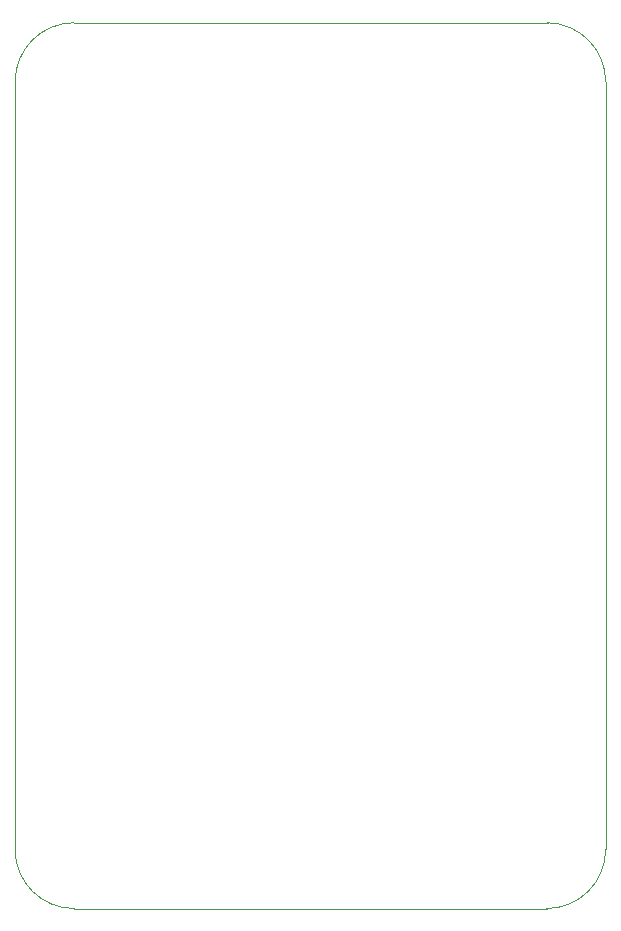
<source format=gm1>
%TF.GenerationSoftware,KiCad,Pcbnew,9.0.3*%
%TF.CreationDate,2026-01-09T17:49:23-03:00*%
%TF.ProjectId,PCB-SPARK-Nano-0.1,5043422d-5350-4415-924b-2d4e616e6f2d,rev?*%
%TF.SameCoordinates,Original*%
%TF.FileFunction,Profile,NP*%
%FSLAX46Y46*%
G04 Gerber Fmt 4.6, Leading zero omitted, Abs format (unit mm)*
G04 Created by KiCad (PCBNEW 9.0.3) date 2026-01-09 17:49:23*
%MOMM*%
%LPD*%
G01*
G04 APERTURE LIST*
%TA.AperFunction,Profile*%
%ADD10C,0.050000*%
%TD*%
G04 APERTURE END LIST*
D10*
X215001000Y-45000000D02*
X215000000Y-110000000D01*
X170000000Y-40000000D02*
X210099954Y-40000000D01*
X210000000Y-115000000D02*
X170000000Y-115000000D01*
X215000000Y-110000000D02*
G75*
G02*
X210000000Y-115000000I-5000000J0D01*
G01*
X165000000Y-45000000D02*
G75*
G02*
X170000000Y-40000000I5000000J0D01*
G01*
X210100000Y-40000000D02*
G75*
G02*
X215001000Y-45000000I-100000J-5000000D01*
G01*
X170000000Y-115000000D02*
G75*
G02*
X165000000Y-110000000I0J5000000D01*
G01*
X165000000Y-110000000D02*
X165000000Y-45000000D01*
M02*

</source>
